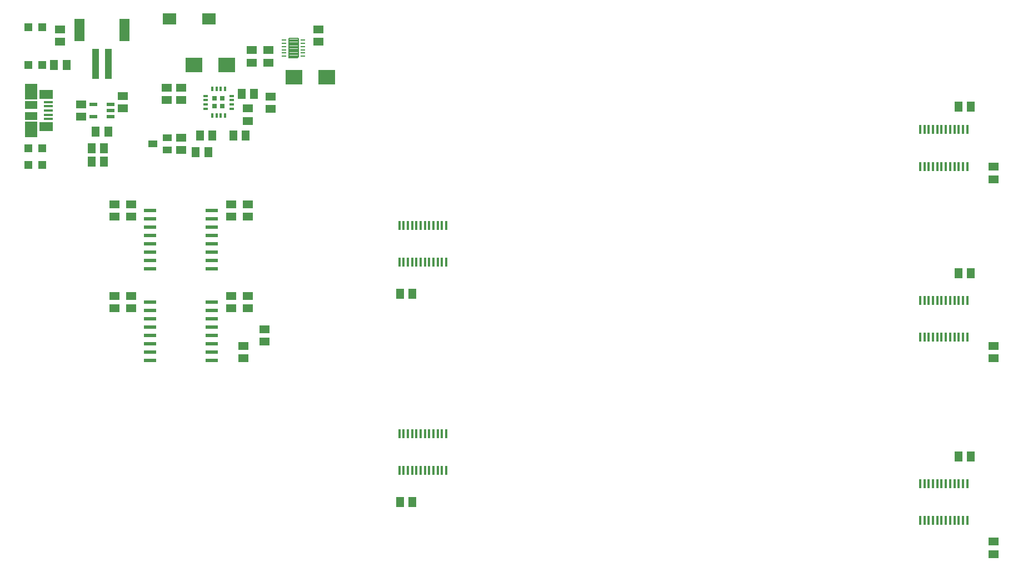
<source format=gtp>
G75*
%MOIN*%
%OFA0B0*%
%FSLAX25Y25*%
%IPPOS*%
%LPD*%
%AMOC8*
5,1,8,0,0,1.08239X$1,22.5*
%
%ADD10R,0.01400X0.05800*%
%ADD11R,0.06299X0.05118*%
%ADD12R,0.07800X0.02200*%
%ADD13R,0.05906X0.05118*%
%ADD14R,0.04724X0.02165*%
%ADD15R,0.03937X0.18110*%
%ADD16R,0.06299X0.13386*%
%ADD17R,0.05118X0.05906*%
%ADD18R,0.02559X0.00787*%
%ADD19C,0.00800*%
%ADD20R,0.05118X0.06299*%
%ADD21R,0.04724X0.04724*%
%ADD22R,0.01378X0.03150*%
%ADD23R,0.03150X0.01378*%
%ADD24R,0.03150X0.03150*%
%ADD25R,0.07874X0.06693*%
%ADD26R,0.10236X0.08661*%
%ADD27R,0.05512X0.03937*%
%ADD28R,0.05433X0.01772*%
%ADD29R,0.08268X0.05807*%
%ADD30R,0.07480X0.09350*%
%ADD31R,0.07480X0.04626*%
D10*
X0272698Y0140236D03*
X0275298Y0140236D03*
X0277798Y0140236D03*
X0280398Y0140236D03*
X0282998Y0140236D03*
X0285498Y0140236D03*
X0288098Y0140236D03*
X0290598Y0140236D03*
X0293198Y0140236D03*
X0295798Y0140236D03*
X0298298Y0140236D03*
X0300898Y0140236D03*
X0300898Y0162436D03*
X0298298Y0162436D03*
X0295798Y0162436D03*
X0293198Y0162436D03*
X0290598Y0162436D03*
X0288098Y0162436D03*
X0285498Y0162436D03*
X0282998Y0162436D03*
X0280398Y0162436D03*
X0277798Y0162436D03*
X0275298Y0162436D03*
X0272698Y0162436D03*
X0272702Y0265235D03*
X0275302Y0265235D03*
X0277802Y0265235D03*
X0280402Y0265235D03*
X0283002Y0265235D03*
X0285502Y0265235D03*
X0288102Y0265235D03*
X0290602Y0265235D03*
X0293202Y0265235D03*
X0295802Y0265235D03*
X0298302Y0265235D03*
X0300902Y0265235D03*
X0300902Y0287435D03*
X0298302Y0287435D03*
X0295802Y0287435D03*
X0293202Y0287435D03*
X0290602Y0287435D03*
X0288102Y0287435D03*
X0285502Y0287435D03*
X0283002Y0287435D03*
X0280402Y0287435D03*
X0277802Y0287435D03*
X0275302Y0287435D03*
X0272702Y0287435D03*
X0585202Y0322732D03*
X0587802Y0322732D03*
X0590302Y0322732D03*
X0592902Y0322732D03*
X0595502Y0322732D03*
X0598002Y0322732D03*
X0600602Y0322732D03*
X0603102Y0322732D03*
X0605702Y0322732D03*
X0608302Y0322732D03*
X0610802Y0322732D03*
X0613402Y0322732D03*
X0613402Y0344932D03*
X0610802Y0344932D03*
X0608302Y0344932D03*
X0605702Y0344932D03*
X0603102Y0344932D03*
X0600602Y0344932D03*
X0598002Y0344932D03*
X0595502Y0344932D03*
X0592902Y0344932D03*
X0590302Y0344932D03*
X0587802Y0344932D03*
X0585202Y0344932D03*
X0585202Y0242436D03*
X0587802Y0242436D03*
X0590302Y0242436D03*
X0592902Y0242436D03*
X0595502Y0242436D03*
X0598002Y0242436D03*
X0600602Y0242436D03*
X0603102Y0242436D03*
X0605702Y0242436D03*
X0608302Y0242436D03*
X0610802Y0242436D03*
X0613402Y0242436D03*
X0613402Y0220236D03*
X0610802Y0220236D03*
X0608302Y0220236D03*
X0605702Y0220236D03*
X0603102Y0220236D03*
X0600602Y0220236D03*
X0598002Y0220236D03*
X0595502Y0220236D03*
X0592902Y0220236D03*
X0590302Y0220236D03*
X0587802Y0220236D03*
X0585202Y0220236D03*
X0585201Y0132436D03*
X0587801Y0132436D03*
X0590301Y0132436D03*
X0592901Y0132436D03*
X0595501Y0132436D03*
X0598001Y0132436D03*
X0600601Y0132436D03*
X0603101Y0132436D03*
X0605701Y0132436D03*
X0608301Y0132436D03*
X0610801Y0132436D03*
X0613401Y0132436D03*
X0613401Y0110236D03*
X0610801Y0110236D03*
X0608301Y0110236D03*
X0605701Y0110236D03*
X0603101Y0110236D03*
X0600601Y0110236D03*
X0598001Y0110236D03*
X0595501Y0110236D03*
X0592901Y0110236D03*
X0590301Y0110236D03*
X0587801Y0110236D03*
X0585201Y0110236D03*
D11*
X0629301Y0097576D03*
X0629301Y0090096D03*
X0629298Y0207597D03*
X0629298Y0215077D03*
X0629300Y0315093D03*
X0629300Y0322573D03*
X0195550Y0357345D03*
X0195550Y0364825D03*
X0181800Y0357575D03*
X0181800Y0350095D03*
X0141800Y0340075D03*
X0141800Y0332595D03*
X0069300Y0397595D03*
X0069300Y0405075D03*
X0191800Y0225073D03*
X0191800Y0217593D03*
X0179300Y0215076D03*
X0179300Y0207596D03*
D12*
X0160301Y0206334D03*
X0160301Y0211334D03*
X0160301Y0216334D03*
X0160301Y0221334D03*
X0160301Y0226334D03*
X0160301Y0231334D03*
X0160301Y0236334D03*
X0160301Y0241334D03*
X0160301Y0261333D03*
X0160301Y0266333D03*
X0160301Y0271333D03*
X0160301Y0276333D03*
X0160301Y0281333D03*
X0160301Y0286333D03*
X0160301Y0291333D03*
X0160301Y0296333D03*
X0123301Y0296333D03*
X0123301Y0291333D03*
X0123301Y0286333D03*
X0123301Y0281333D03*
X0123301Y0276333D03*
X0123301Y0271333D03*
X0123301Y0266333D03*
X0123301Y0261333D03*
X0123301Y0241334D03*
X0123301Y0236334D03*
X0123301Y0231334D03*
X0123301Y0226334D03*
X0123301Y0221334D03*
X0123301Y0216334D03*
X0123301Y0211334D03*
X0123301Y0206334D03*
D13*
X0111799Y0237595D03*
X0111799Y0245075D03*
X0101798Y0245075D03*
X0101798Y0237595D03*
X0171798Y0237595D03*
X0171798Y0245075D03*
X0181799Y0245075D03*
X0181799Y0237595D03*
X0181799Y0292594D03*
X0181799Y0300074D03*
X0171798Y0300074D03*
X0171798Y0292594D03*
X0111800Y0292595D03*
X0111800Y0300075D03*
X0101798Y0300074D03*
X0101798Y0292594D03*
X0081800Y0352595D03*
X0081800Y0360075D03*
X0106800Y0357595D03*
X0106800Y0365075D03*
X0133300Y0362595D03*
X0133300Y0370075D03*
X0141800Y0370075D03*
X0141800Y0362595D03*
X0184300Y0385095D03*
X0184300Y0392575D03*
X0194300Y0392575D03*
X0194300Y0385095D03*
X0224300Y0397595D03*
X0224300Y0405075D03*
D14*
X0099418Y0360075D03*
X0099418Y0356335D03*
X0099418Y0352595D03*
X0089180Y0352595D03*
X0089180Y0360075D03*
D15*
X0090363Y0384267D03*
X0098237Y0384267D03*
D16*
X0107686Y0404740D03*
X0080914Y0404740D03*
D17*
X0273062Y0121334D03*
X0280543Y0121334D03*
X0280542Y0246336D03*
X0273061Y0246336D03*
X0608062Y0258833D03*
X0615542Y0258833D03*
X0615542Y0358834D03*
X0608062Y0358834D03*
X0608058Y0148832D03*
X0615539Y0148832D03*
D18*
X0215009Y0388913D03*
X0215009Y0390882D03*
X0215009Y0392850D03*
X0215009Y0394819D03*
X0215009Y0396787D03*
X0215009Y0398756D03*
X0203591Y0398756D03*
X0203591Y0396787D03*
X0203591Y0394819D03*
X0203591Y0392850D03*
X0203591Y0390882D03*
X0203591Y0388913D03*
D19*
X0206544Y0389172D02*
X0212056Y0389172D01*
X0212056Y0388618D02*
X0211367Y0387929D01*
X0207135Y0387929D01*
X0206965Y0387941D01*
X0206807Y0388004D01*
X0206676Y0388113D01*
X0206586Y0388256D01*
X0206544Y0388421D01*
X0206544Y0399248D01*
X0206568Y0399400D01*
X0206638Y0399537D01*
X0206747Y0399646D01*
X0206884Y0399716D01*
X0207036Y0399740D01*
X0211564Y0399740D01*
X0211716Y0399716D01*
X0211853Y0399646D01*
X0211962Y0399537D01*
X0212032Y0399400D01*
X0212056Y0399248D01*
X0212056Y0388618D01*
X0211811Y0388374D02*
X0206556Y0388374D01*
X0206544Y0389971D02*
X0212056Y0389971D01*
X0212056Y0390769D02*
X0206544Y0390769D01*
X0206544Y0391568D02*
X0212056Y0391568D01*
X0212056Y0392366D02*
X0206544Y0392366D01*
X0206544Y0393165D02*
X0212056Y0393165D01*
X0212056Y0393963D02*
X0206544Y0393963D01*
X0206544Y0394762D02*
X0212056Y0394762D01*
X0212056Y0395560D02*
X0206544Y0395560D01*
X0206544Y0396359D02*
X0212056Y0396359D01*
X0212056Y0397157D02*
X0206544Y0397157D01*
X0206544Y0397956D02*
X0212056Y0397956D01*
X0212056Y0398754D02*
X0206544Y0398754D01*
X0206654Y0399553D02*
X0211946Y0399553D01*
D20*
X0185540Y0366335D03*
X0178060Y0366335D03*
X0180540Y0341335D03*
X0173060Y0341335D03*
X0160540Y0341335D03*
X0153060Y0341335D03*
X0150560Y0331335D03*
X0158040Y0331335D03*
X0098040Y0343835D03*
X0090560Y0343835D03*
X0088060Y0333835D03*
X0095540Y0333835D03*
X0095540Y0325585D03*
X0088060Y0325585D03*
X0073040Y0383835D03*
X0065560Y0383835D03*
D21*
X0058434Y0383835D03*
X0050166Y0383835D03*
X0050166Y0406335D03*
X0058434Y0406335D03*
X0058434Y0333835D03*
X0050166Y0333835D03*
X0050166Y0323835D03*
X0058434Y0323835D03*
D22*
X0160461Y0353461D03*
X0163020Y0353461D03*
X0165580Y0353461D03*
X0168139Y0353461D03*
X0168139Y0369209D03*
X0165580Y0369209D03*
X0163020Y0369209D03*
X0160461Y0369209D03*
D23*
X0156426Y0365173D03*
X0156426Y0362614D03*
X0156426Y0360055D03*
X0156426Y0357496D03*
X0172174Y0357496D03*
X0172174Y0360055D03*
X0172174Y0362614D03*
X0172174Y0365173D03*
D24*
X0166662Y0363697D03*
X0161938Y0363697D03*
X0161938Y0358973D03*
X0166662Y0358973D03*
D25*
X0158611Y0411335D03*
X0134989Y0411335D03*
D26*
X0149457Y0383835D03*
X0169143Y0383835D03*
X0209457Y0376335D03*
X0229143Y0376335D03*
D27*
X0133631Y0340075D03*
X0124969Y0336335D03*
X0133631Y0332595D03*
D28*
X0062300Y0351217D03*
X0062300Y0353776D03*
X0062300Y0356335D03*
X0062300Y0358894D03*
X0062300Y0361453D03*
D29*
X0060883Y0366030D03*
X0060883Y0346640D03*
D30*
X0051828Y0344868D03*
X0051828Y0367801D03*
D31*
X0051828Y0359563D03*
X0051828Y0352988D03*
M02*

</source>
